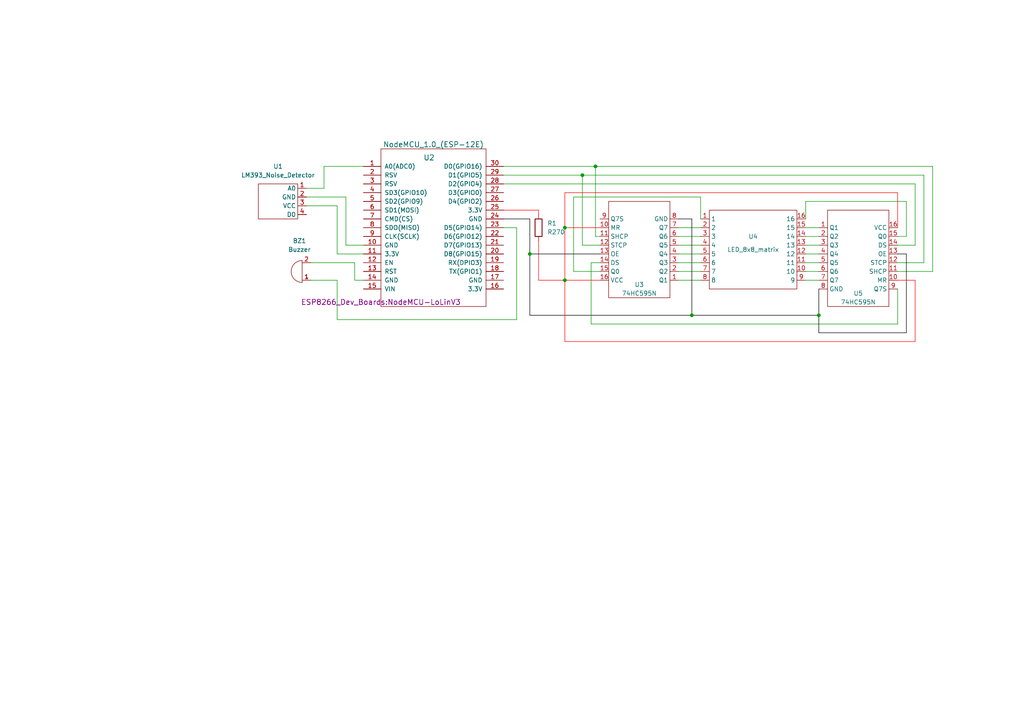
<source format=kicad_sch>
(kicad_sch (version 20211123) (generator eeschema)
  (paper "A4")
  (lib_symbols
    (symbol "74xx:74HC595N"
      (property "Reference" "U" (at 0 8.89 0))
      (property "Value" "74HC595N" (at 0 -15.24 0))
      (symbol "74HC595N_0_1"
        (rectangle (start -8.89 11.43) (end 8.89 -16.51))
      )
      (symbol "74HC595N_1_1"
        (pin input line (at -11.43 6.35 0) (length 2.54) (name "Q1") (number "1"))
        (pin input line (at 11.43 -8.89 180) (length 2.54) (name "MR") (number "10"))
        (pin input line (at 11.43 -6.35 180) (length 2.54) (name "SHCP") (number "11"))
        (pin input line (at 11.43 -3.81 180) (length 2.54) (name "STCP") (number "12"))
        (pin input line (at 11.43 -1.27 180) (length 2.54) (name "OE") (number "13"))
        (pin input line (at 11.43 1.27 180) (length 2.54) (name "DS") (number "14"))
        (pin input line (at 11.43 3.81 180) (length 2.54) (name "Q0") (number "15"))
        (pin input line (at 11.43 6.35 180) (length 2.54) (name "VCC") (number "16"))
        (pin input line (at -11.43 3.81 0) (length 2.54) (name "Q2") (number "2"))
        (pin input line (at -11.43 1.27 0) (length 2.54) (name "Q3") (number "3"))
        (pin input line (at -11.43 -1.27 0) (length 2.54) (name "Q4") (number "4"))
        (pin input line (at -11.43 -3.81 0) (length 2.54) (name "Q5") (number "5"))
        (pin input line (at -11.43 -6.35 0) (length 2.54) (name "Q6") (number "6"))
        (pin input line (at -11.43 -8.89 0) (length 2.54) (name "Q7") (number "7"))
        (pin input line (at -11.43 -11.43 0) (length 2.54) (name "GND") (number "8"))
        (pin input line (at 11.43 -11.43 180) (length 2.54) (name "Q7S") (number "9"))
      )
    )
    (symbol "Audio:LM393_Noise_Detector"
      (property "Reference" "U" (at -2.54 3.81 0))
      (property "Value" "LM393_Noise_Detector" (at 1.27 -7.62 0))
      (symbol "LM393_Noise_Detector_0_1"
        (rectangle (start -5.08 5.08) (end 6.35 -5.08))
      )
      (symbol "LM393_Noise_Detector_1_1"
        (pin input line (at 8.89 3.81 180) (length 2.54) (name "A0") (number "1"))
        (pin input line (at 8.89 1.27 180) (length 2.54) (name "GND") (number "2"))
        (pin input line (at 8.89 -1.27 180) (length 2.54) (name "VCC") (number "3"))
        (pin input line (at 8.89 -3.81 180) (length 2.54) (name "D0") (number "4"))
      )
    )
    (symbol "Device:Buzzer" (pin_names (offset 0.0254) hide)
      (property "Reference" "BZ" (at 3.81 1.27 0))
      (property "Value" "Buzzer" (at 3.81 -1.27 0))
      (symbol "Buzzer_0_1"
        (arc (start 0 -3.175) (mid 3.175 0) (end 0 3.175))
        (polyline (pts (xy -1.651 1.905) (xy -1.143 1.905)))
        (polyline (pts (xy -1.397 2.159) (xy -1.397 1.651)))
        (polyline (pts (xy 0 3.175) (xy 0 -3.175)))
      )
      (symbol "Buzzer_1_1"
        (pin passive line (at -2.54 2.54 0) (length 2.54) (name "-") (number "1"))
        (pin passive line (at -2.54 -2.54 0) (length 2.54) (name "+") (number "2"))
      )
    )
    (symbol "Device:LED_8x8_matrix"
      (property "Reference" "U" (at 0 0 0))
      (property "Value" "LED_8x8_matrix" (at 0 2.54 0))
      (symbol "LED_8x8_matrix_0_1"
        (rectangle (start -12.7 10.16) (end 12.7 -12.7))
      )
      (symbol "LED_8x8_matrix_1_1"
        (pin input line (at -15.24 7.62 0) (length 2.54) (name "1") (number "1"))
        (pin input line (at 15.24 -7.62 180) (length 2.54) (name "10") (number "10"))
        (pin input line (at 15.24 -5.08 180) (length 2.54) (name "11") (number "11"))
        (pin input line (at 15.24 -2.54 180) (length 2.54) (name "12") (number "12"))
        (pin input line (at 15.24 0 180) (length 2.54) (name "13") (number "13"))
        (pin input line (at 15.24 2.54 180) (length 2.54) (name "14") (number "14"))
        (pin input line (at 15.24 5.08 180) (length 2.54) (name "15") (number "15"))
        (pin input line (at 15.24 7.62 180) (length 2.54) (name "16") (number "16"))
        (pin input line (at -15.24 5.08 0) (length 2.54) (name "2") (number "2"))
        (pin input line (at -15.24 2.54 0) (length 2.54) (name "3") (number "3"))
        (pin input line (at -15.24 0 0) (length 2.54) (name "4") (number "4"))
        (pin input line (at -15.24 -2.54 0) (length 2.54) (name "5") (number "5"))
        (pin input line (at -15.24 -5.08 0) (length 2.54) (name "6") (number "6"))
        (pin input line (at -15.24 -7.62 0) (length 2.54) (name "7") (number "7"))
        (pin input line (at -15.24 -10.16 0) (length 2.54) (name "8") (number "8"))
        (pin input line (at 15.24 -10.16 180) (length 2.54) (name "9") (number "9"))
      )
    )
    (symbol "Device:R" (pin_numbers hide) (pin_names (offset 0))
      (property "Reference" "R" (at 2.032 0 90))
      (property "Value" "R" (at 0 0 90))
      (symbol "R_0_1"
        (rectangle (start -1.016 -2.54) (end 1.016 2.54) (stroke (width 0.254)))
      )
      (symbol "R_1_1"
        (pin passive line (at 0 3.81 270) (length 1.27) (name "~") (number "1"))
        (pin passive line (at 0 -3.81 90) (length 1.27) (name "~") (number "2"))
      )
    )
    (symbol "ESP8266_Dev_Boards:NodeMCU_1.0_(ESP-12E)" (pin_names (offset 1.016))
      (property "Reference" "U" (at 0 21.59 0))
      (property "Value" "NodeMCU_1.0_(ESP-12E)" (at 0 -21.59 0))
      (symbol "NodeMCU_1.0_(ESP-12E)_0_1"
        (rectangle (start -15.24 -22.86) (end 15.24 22.86))
      )
      (symbol "NodeMCU_1.0_(ESP-12E)_1_1"
        (pin input line (at -20.32 17.78 0) (length 5.08) (name "A0(ADC0)") (number "1"))
        (pin input line (at -20.32 -5.08 0) (length 5.08) (name "GND") (number "10"))
        (pin power_out line (at -20.32 -7.62 0) (length 5.08) (name "3.3V") (number "11"))
        (pin input line (at -20.32 -10.16 0) (length 5.08) (name "EN") (number "12"))
        (pin input line (at -20.32 -12.7 0) (length 5.08) (name "RST") (number "13"))
        (pin power_in line (at -20.32 -15.24 0) (length 5.08) (name "GND") (number "14"))
        (pin power_in line (at -20.32 -17.78 0) (length 5.08) (name "VIN") (number "15"))
        (pin power_out line (at 20.32 -17.78 180) (length 5.08) (name "3.3V") (number "16"))
        (pin power_in line (at 20.32 -15.24 180) (length 5.08) (name "GND") (number "17"))
        (pin bidirectional line (at 20.32 -12.7 180) (length 5.08) (name "TX(GPIO1)") (number "18"))
        (pin bidirectional line (at 20.32 -10.16 180) (length 5.08) (name "RX(DPIO3)") (number "19"))
        (pin input line (at -20.32 15.24 0) (length 5.08) (name "RSV") (number "2"))
        (pin bidirectional line (at 20.32 -7.62 180) (length 5.08) (name "D8(GPIO15)") (number "20"))
        (pin bidirectional line (at 20.32 -5.08 180) (length 5.08) (name "D7(GPIO13)") (number "21"))
        (pin bidirectional line (at 20.32 -2.54 180) (length 5.08) (name "D6(GPIO12)") (number "22"))
        (pin bidirectional line (at 20.32 0 180) (length 5.08) (name "D5(GPIO14)") (number "23"))
        (pin power_in line (at 20.32 2.54 180) (length 5.08) (name "GND") (number "24"))
        (pin power_out line (at 20.32 5.08 180) (length 5.08) (name "3.3V") (number "25"))
        (pin bidirectional line (at 20.32 7.62 180) (length 5.08) (name "D4(GPIO2)") (number "26"))
        (pin bidirectional line (at 20.32 10.16 180) (length 5.08) (name "D3(GPIO0)") (number "27"))
        (pin bidirectional line (at 20.32 12.7 180) (length 5.08) (name "D2(GPIO4)") (number "28"))
        (pin bidirectional line (at 20.32 15.24 180) (length 5.08) (name "D1(GPIO5)") (number "29"))
        (pin input line (at -20.32 12.7 0) (length 5.08) (name "RSV") (number "3"))
        (pin bidirectional line (at 20.32 17.78 180) (length 5.08) (name "D0(GPIO16)") (number "30"))
        (pin bidirectional line (at -20.32 10.16 0) (length 5.08) (name "SD3(GPIO10)") (number "4"))
        (pin bidirectional line (at -20.32 7.62 0) (length 5.08) (name "SD2(GPIO9)") (number "5"))
        (pin bidirectional line (at -20.32 5.08 0) (length 5.08) (name "SD1(MOSI)") (number "6"))
        (pin bidirectional line (at -20.32 2.54 0) (length 5.08) (name "CMD(CS)") (number "7"))
        (pin bidirectional line (at -20.32 0 0) (length 5.08) (name "SDO(MISO)") (number "8"))
        (pin bidirectional line (at -20.32 -2.54 0) (length 5.08) (name "CLK(SCLK)") (number "9"))
      )
    )
  )
  (junction (at 163.83 81.28))
  (junction (at 237.49 91.44))
  (junction (at 172.72 48.26))
  (junction (at 153.67 73.66))
  (junction (at 163.83 66.04))
  (junction (at 168.91 50.8))
  (junction (at 200.66 91.44))
  (wire (pts (xy 172.72 68.58) (xy 172.72 48.26)))
  (wire (pts (xy 265.43 53.34) (xy 265.43 71.12)))
  (wire (pts (xy 100.33 71.12) (xy 105.41 71.12)))
  (wire (pts (xy 168.91 50.8) (xy 168.91 71.12)))
  (wire (pts (xy 196.85 66.04) (xy 203.2 66.04)))
  (wire (pts (xy 233.68 66.04) (xy 237.49 66.04)))
  (wire (pts (xy 233.68 76.2) (xy 237.49 76.2)))
  (wire (pts (xy 156.21 60.96) (xy 156.21 62.23)) (stroke (width 0) (color 255 0 0 1)))
  (wire (pts (xy 196.85 71.12) (xy 203.2 71.12)))
  (wire (pts (xy 270.51 78.74) (xy 260.35 78.74)))
  (wire (pts (xy 265.43 81.28) (xy 265.43 99.06)) (stroke (width 0) (color 255 0 0 1)))
  (wire (pts (xy 168.91 50.8) (xy 267.97 50.8)))
  (wire (pts (xy 196.85 76.2) (xy 203.2 76.2)))
  (wire (pts (xy 233.68 71.12) (xy 237.49 71.12)))
  (wire (pts (xy 171.45 93.98) (xy 260.35 93.98)))
  (wire (pts (xy 270.51 48.26) (xy 270.51 78.74)))
  (wire (pts (xy 267.97 76.2) (xy 260.35 76.2)))
  (wire (pts (xy 90.17 81.28) (xy 97.79 81.28)))
  (wire (pts (xy 200.66 91.44) (xy 153.67 91.44)) (stroke (width 0) (color 0 0 0 1)))
  (wire (pts (xy 146.05 48.26) (xy 172.72 48.26)))
  (wire (pts (xy 88.9 54.61) (xy 93.98 54.61)))
  (wire (pts (xy 163.83 66.04) (xy 163.83 81.28)) (stroke (width 0) (color 255 0 0 1)))
  (wire (pts (xy 260.35 83.82) (xy 260.35 93.98)))
  (wire (pts (xy 146.05 60.96) (xy 156.21 60.96)) (stroke (width 0) (color 255 0 0 1)))
  (wire (pts (xy 200.66 63.5) (xy 200.66 91.44)) (stroke (width 0) (color 0 0 0 1)))
  (wire (pts (xy 97.79 73.66) (xy 105.41 73.66)))
  (wire (pts (xy 260.35 81.28) (xy 265.43 81.28)) (stroke (width 0) (color 255 0 0 1)))
  (wire (pts (xy 262.89 96.52) (xy 237.49 96.52)) (stroke (width 0) (color 0 0 0 1)))
  (wire (pts (xy 146.05 66.04) (xy 149.86 66.04)))
  (wire (pts (xy 262.89 68.58) (xy 262.89 58.42)))
  (wire (pts (xy 260.35 66.04) (xy 260.35 55.88)) (stroke (width 0) (color 255 0 0 1)))
  (wire (pts (xy 165.1 66.04) (xy 173.99 66.04)) (stroke (width 0) (color 255 0 0 1)))
  (wire (pts (xy 100.33 57.15) (xy 100.33 71.12)))
  (wire (pts (xy 163.83 55.88) (xy 163.83 66.04)) (stroke (width 0) (color 255 0 0 1)))
  (wire (pts (xy 153.67 73.66) (xy 153.67 63.5)) (stroke (width 0) (color 0 0 0 1)))
  (wire (pts (xy 196.85 73.66) (xy 203.2 73.66)))
  (wire (pts (xy 166.37 78.74) (xy 166.37 57.15)))
  (wire (pts (xy 200.66 91.44) (xy 237.49 91.44)) (stroke (width 0) (color 0 0 0 1)))
  (wire (pts (xy 196.85 63.5) (xy 200.66 63.5)) (stroke (width 0) (color 0 0 0 1)))
  (wire (pts (xy 233.68 73.66) (xy 237.49 73.66)))
  (wire (pts (xy 88.9 57.15) (xy 100.33 57.15)))
  (wire (pts (xy 237.49 83.82) (xy 237.49 91.44)) (stroke (width 0) (color 0 0 0 1)))
  (wire (pts (xy 172.72 68.58) (xy 173.99 68.58)))
  (wire (pts (xy 262.89 58.42) (xy 233.68 58.42)))
  (wire (pts (xy 267.97 50.8) (xy 267.97 76.2)))
  (wire (pts (xy 153.67 73.66) (xy 173.99 73.66)) (stroke (width 0) (color 0 0 0 1)))
  (wire (pts (xy 93.98 48.26) (xy 105.41 48.26)))
  (wire (pts (xy 93.98 54.61) (xy 93.98 48.26)))
  (wire (pts (xy 97.79 92.71) (xy 149.86 92.71)))
  (wire (pts (xy 173.99 76.2) (xy 171.45 76.2)))
  (wire (pts (xy 233.68 81.28) (xy 237.49 81.28)))
  (wire (pts (xy 196.85 68.58) (xy 203.2 68.58)))
  (wire (pts (xy 171.45 76.2) (xy 171.45 93.98)))
  (wire (pts (xy 97.79 81.28) (xy 97.79 92.71)))
  (wire (pts (xy 102.87 81.28) (xy 105.41 81.28)))
  (wire (pts (xy 146.05 53.34) (xy 265.43 53.34)))
  (wire (pts (xy 172.72 48.26) (xy 270.51 48.26)))
  (wire (pts (xy 102.87 76.2) (xy 102.87 81.28)))
  (wire (pts (xy 156.21 81.28) (xy 163.83 81.28)) (stroke (width 0) (color 255 0 0 1)))
  (wire (pts (xy 149.86 92.71) (xy 149.86 66.04)))
  (wire (pts (xy 196.85 78.74) (xy 203.2 78.74)))
  (wire (pts (xy 163.83 99.06) (xy 163.83 81.28)) (stroke (width 0) (color 255 0 0 1)))
  (wire (pts (xy 166.37 57.15) (xy 203.2 57.15)))
  (wire (pts (xy 233.68 68.58) (xy 237.49 68.58)))
  (wire (pts (xy 236.22 91.44) (xy 237.49 91.44)))
  (wire (pts (xy 153.67 91.44) (xy 153.67 73.66)) (stroke (width 0) (color 0 0 0 1)))
  (wire (pts (xy 163.83 66.04) (xy 165.1 66.04)))
  (wire (pts (xy 163.83 81.28) (xy 173.99 81.28)) (stroke (width 0) (color 255 0 0 1)))
  (wire (pts (xy 173.99 78.74) (xy 166.37 78.74)))
  (wire (pts (xy 237.49 96.52) (xy 237.49 91.44)) (stroke (width 0) (color 0 0 0 1)))
  (wire (pts (xy 233.68 58.42) (xy 233.68 63.5)))
  (wire (pts (xy 146.05 63.5) (xy 153.67 63.5)) (stroke (width 0) (color 0 0 0 1)))
  (wire (pts (xy 146.05 50.8) (xy 168.91 50.8)))
  (wire (pts (xy 90.17 76.2) (xy 102.87 76.2)))
  (wire (pts (xy 260.35 68.58) (xy 262.89 68.58)))
  (wire (pts (xy 88.9 59.69) (xy 97.79 59.69)))
  (wire (pts (xy 262.89 73.66) (xy 262.89 96.52)) (stroke (width 0) (color 0 0 0 1)))
  (wire (pts (xy 265.43 71.12) (xy 260.35 71.12)))
  (wire (pts (xy 203.2 57.15) (xy 203.2 63.5)))
  (wire (pts (xy 260.35 73.66) (xy 262.89 73.66)) (stroke (width 0) (color 0 0 0 1)))
  (wire (pts (xy 233.68 78.74) (xy 237.49 78.74)))
  (wire (pts (xy 173.99 71.12) (xy 168.91 71.12)))
  (wire (pts (xy 156.21 69.85) (xy 156.21 81.28)) (stroke (width 0) (color 255 0 0 1)))
  (wire (pts (xy 97.79 59.69) (xy 97.79 73.66)))
  (wire (pts (xy 196.85 81.28) (xy 203.2 81.28)))
  (wire (pts (xy 260.35 55.88) (xy 163.83 55.88)) (stroke (width 0) (color 255 0 0 1)))
  (wire (pts (xy 163.83 81.28) (xy 165.1 81.28)))
  (wire (pts (xy 265.43 99.06) (xy 163.83 99.06)) (stroke (width 0) (color 255 0 0 1)))
  (symbol (lib_id "74xx:74HC595N") (at 248.92 72.39 0) (unit 1)
    (property "Reference" "U5" (at 248.92 85.09 0))
    (property "Value" "74HC595N" (at 248.92 87.63 0))
    (property "Footprint" "Package_DIP:DIP-16_W7.62mm" (effects hide))
  )
  (symbol (lib_id "Device:Buzzer") (at 87.63 78.74 180) (unit 1)
    (property "Reference" "BZ1" (at 86.868 69.85 0))
    (property "Value" "Buzzer" (at 86.868 72.39 0))
    (property "Footprint" "Buzzer_Beeper:Buzzer_12x9.5RM7.6" (effects hide))
  )
  (symbol (lib_id "Device:LED_8x8_matrix") (at 218.44 71.12 0) (unit 1)
    (property "Reference" "U4" (at 218.44 68.58 0))
    (property "Value" "LED_8x8_matrix" (at 218.44 72.39 0))
    (property "Footprint" "Display:LED_Matrix_1088" (effects hide))
  )
  (symbol (lib_id "Audio:LM393_Noise_Detector") (at 80.01 58.42 0) (unit 1)
    (property "Reference" "U1" (at 80.645 48.26 0))
    (property "Value" "LM393_Noise_Detector" (at 80.645 50.8 0))
    (property "Footprint" "Connector_PinSocket_2.54mm:PinSocket_1x04_P2.54mm_Vertical" (effects hide))
  )
  (symbol (lib_id "74xx:74HC595N") (at 185.42 74.93 180) (unit 1)
    (property "Reference" "U3" (at 185.42 82.55 0))
    (property "Value" "74HC595N" (at 185.42 85.09 0))
    (property "Footprint" "Package_DIP:DIP-16_W7.62mm" (effects hide))
  )
  (symbol (lib_id "ESP8266_Dev_Boards:NodeMCU_1.0_(ESP-12E)") (at 125.73 66.04 0) (unit 1)
    (property "Reference" "U2" (at 124.46 45.72 0) (effects (font (size 1.524 1.524))))
    (property "Value" "NodeMCU_1.0_(ESP-12E)" (at 125.73 41.91 0) (effects (font (size 1.524 1.524))))
    (property "Footprint" "ESP8266_Dev_Boards:NodeMCU-LoLinV3" (at 110.49 87.63 0) (effects (font (size 1.524 1.524))))
  )
  (symbol (lib_id "Device:R") (at 156.21 66.04 0) (unit 1)
    (property "Reference" "R1" (at 158.75 64.7699 0) (effects (justify left)))
    (property "Value" "R270" (at 158.75 67.3099 0) (effects (justify left)))
    (property "Footprint" "Resistor_THT:R_Axial_DIN0207_L6.3mm_D2.5mm_P10.16mm_Horizontal" (effects hide))
  )
)
</source>
